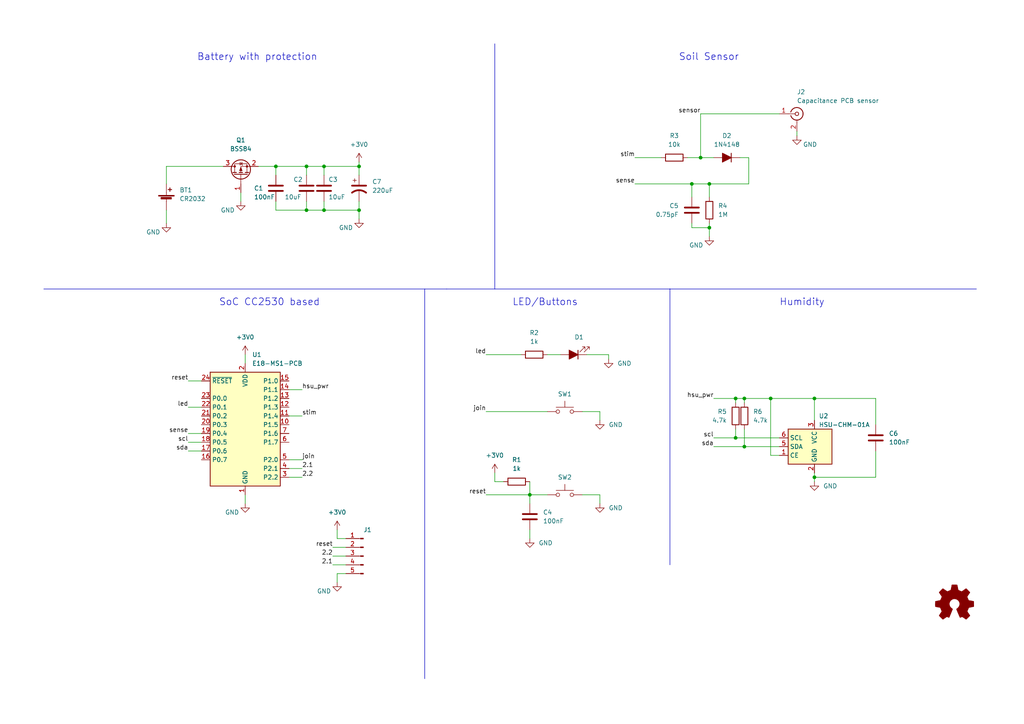
<source format=kicad_sch>
(kicad_sch (version 20230121) (generator eeschema)
  (paper "A4")
  (title_block (title "flower mon") (date "2022-05-24") (rev "r2.1a") (company "Greg Davill <greg.davill@gmail.com>") (comment 2 "OSHW: GPL-3.0") (comment 3 "https://github.com/gregdavill/flower-mon") (comment 4 "Zigbee based Soil monitor"))
  (lib_symbols
    (symbol "Connector:Conn_01x05_Male" (pin_names (offset 1.016) hide)
      (property "Reference" "J" (at 0 7.62 0))
      (property "Value" "Conn_01x05_Male" (at 0 -7.62 0))
      (symbol "Conn_01x05_Male_1_1"
        (polyline (pts (xy 1.27 -5.08) (xy 0.8636 -5.08)) (stroke (width 0.1524)))
        (polyline (pts (xy 1.27 -2.54) (xy 0.8636 -2.54)) (stroke (width 0.1524)))
        (polyline (pts (xy 1.27 0) (xy 0.8636 0)) (stroke (width 0.1524)))
        (polyline (pts (xy 1.27 2.54) (xy 0.8636 2.54)) (stroke (width 0.1524)))
        (polyline (pts (xy 1.27 5.08) (xy 0.8636 5.08)) (stroke (width 0.1524)))
        (rectangle (start 0.8636 -4.953) (end 0 -5.207) (stroke (width 0.1524)) (fill (type outline)))
        (rectangle (start 0.8636 -2.413) (end 0 -2.667) (stroke (width 0.1524)) (fill (type outline)))
        (rectangle (start 0.8636 0.127) (end 0 -0.127) (stroke (width 0.1524)) (fill (type outline)))
        (rectangle (start 0.8636 2.667) (end 0 2.413) (stroke (width 0.1524)) (fill (type outline)))
        (rectangle (start 0.8636 5.207) (end 0 4.953) (stroke (width 0.1524)) (fill (type outline)))
        (pin passive line (at 5.08 5.08 180) (length 3.81) (name "Pin_1") (number "1"))
        (pin passive line (at 5.08 2.54 180) (length 3.81) (name "Pin_2") (number "2"))
        (pin passive line (at 5.08 0 180) (length 3.81) (name "Pin_3") (number "3"))
        (pin passive line (at 5.08 -2.54 180) (length 3.81) (name "Pin_4") (number "4"))
        (pin passive line (at 5.08 -5.08 180) (length 3.81) (name "Pin_5") (number "5"))
      )
    )
    (symbol "Connector:Conn_Coaxial" (pin_names (offset 1.016) hide)
      (property "Reference" "J" (at 0.254 3.048 0))
      (property "Value" "Conn_Coaxial" (at 2.921 0 90))
      (symbol "Conn_Coaxial_0_1"
        (arc (start -1.778 -0.508) (mid 0.222 -1.808) (end 1.778 0) (stroke (width 0.254)))
        (polyline (pts (xy -2.54 0) (xy -0.508 0)))
        (polyline (pts (xy 0 -2.54) (xy 0 -1.778)))
        (circle (center 0 0) (radius 0.508) (stroke (width 0.2032)))
        (arc (start 1.778 0) (mid 0.222 1.8083) (end -1.778 0.508) (stroke (width 0.254)))
      )
      (symbol "Conn_Coaxial_1_1"
        (pin passive line (at -5.08 0 0) (length 2.54) (name "In") (number "1"))
        (pin passive line (at 0 -5.08 90) (length 2.54) (name "Ext") (number "2"))
      )
    )
    (symbol "Device:Battery_Cell" (pin_numbers hide) (pin_names (offset 0) hide)
      (property "Reference" "BT" (at 2.54 2.54 0))
      (property "Value" "Battery_Cell" (at 2.54 0 0))
      (symbol "Battery_Cell_0_1"
        (rectangle (start -2.286 1.778) (end 2.286 1.524) (fill (type outline)))
        (rectangle (start -1.5748 1.1938) (end 1.4732 0.6858) (fill (type outline)))
        (polyline (pts (xy 0 0.762) (xy 0 0)))
        (polyline (pts (xy 0 1.778) (xy 0 2.54)))
        (polyline (pts (xy 0.508 3.429) (xy 1.524 3.429)) (stroke (width 0.254)))
        (polyline (pts (xy 1.016 3.937) (xy 1.016 2.921)) (stroke (width 0.254)))
      )
      (symbol "Battery_Cell_1_1"
        (pin passive line (at 0 5.08 270) (length 2.54) (name "+") (number "1"))
        (pin passive line (at 0 -2.54 90) (length 2.54) (name "-") (number "2"))
      )
    )
    (symbol "Device:C" (pin_numbers hide) (pin_names (offset 0.254))
      (property "Reference" "C" (at 0.635 2.54 0))
      (property "Value" "C" (at 0.635 -2.54 0))
      (symbol "C_0_1"
        (polyline (pts (xy -2.032 -0.762) (xy 2.032 -0.762)) (stroke (width 0.508)))
        (polyline (pts (xy -2.032 0.762) (xy 2.032 0.762)) (stroke (width 0.508)))
      )
      (symbol "C_1_1"
        (pin passive line (at 0 3.81 270) (length 2.794) (name "~") (number "1"))
        (pin passive line (at 0 -3.81 90) (length 2.794) (name "~") (number "2"))
      )
    )
    (symbol "Device:C_Polarized_US" (pin_numbers hide) (pin_names (offset 0.254) hide)
      (property "Reference" "C" (at 0.635 2.54 0))
      (property "Value" "C_Polarized_US" (at 0.635 -2.54 0))
      (symbol "C_Polarized_US_0_1"
        (polyline (pts (xy -2.032 0.762) (xy 2.032 0.762)) (stroke (width 0.508)))
        (polyline (pts (xy -1.778 2.286) (xy -0.762 2.286)))
        (polyline (pts (xy -1.27 1.778) (xy -1.27 2.794)))
        (arc (start 2.032 -1.27) (mid 0 -0.5572) (end -2.032 -1.27) (stroke (width 0.508)))
      )
      (symbol "C_Polarized_US_1_1"
        (pin passive line (at 0 3.81 270) (length 2.794) (name "~") (number "1"))
        (pin passive line (at 0 -3.81 90) (length 3.302) (name "~") (number "2"))
      )
    )
    (symbol "Device:D_Filled" (pin_numbers hide) (pin_names (offset 1.016) hide)
      (property "Reference" "D" (at 0 2.54 0))
      (property "Value" "D_Filled" (at 0 -2.54 0))
      (symbol "D_Filled_0_1"
        (polyline (pts (xy -1.27 1.27) (xy -1.27 -1.27)) (stroke (width 0.254)))
        (polyline (pts (xy 1.27 0) (xy -1.27 0)))
        (polyline (pts (xy 1.27 1.27) (xy 1.27 -1.27) (xy -1.27 0) (xy 1.27 1.27)) (stroke (width 0.254)) (fill (type outline)))
      )
      (symbol "D_Filled_1_1"
        (pin passive line (at -3.81 0 0) (length 2.54) (name "K") (number "1"))
        (pin passive line (at 3.81 0 180) (length 2.54) (name "A") (number "2"))
      )
    )
    (symbol "Device:LED_Filled" (pin_numbers hide) (pin_names (offset 1.016) hide)
      (property "Reference" "D" (at 0 2.54 0))
      (property "Value" "LED_Filled" (at 0 -2.54 0))
      (symbol "LED_Filled_0_1"
        (polyline (pts (xy -1.27 -1.27) (xy -1.27 1.27)) (stroke (width 0.254)))
        (polyline (pts (xy -1.27 0) (xy 1.27 0)))
        (polyline (pts (xy 1.27 -1.27) (xy 1.27 1.27) (xy -1.27 0) (xy 1.27 -1.27)) (stroke (width 0.254)) (fill (type outline)))
        (polyline (pts (xy -3.048 -0.762) (xy -4.572 -2.286) (xy -3.81 -2.286) (xy -4.572 -2.286) (xy -4.572 -1.524)))
        (polyline (pts (xy -1.778 -0.762) (xy -3.302 -2.286) (xy -2.54 -2.286) (xy -3.302 -2.286) (xy -3.302 -1.524)))
      )
      (symbol "LED_Filled_1_1"
        (pin passive line (at -3.81 0 0) (length 2.54) (name "K") (number "1"))
        (pin passive line (at 3.81 0 180) (length 2.54) (name "A") (number "2"))
      )
    )
    (symbol "Device:Q_PMOS_GSD" (pin_names (offset 0) hide)
      (property "Reference" "Q" (at 5.08 1.27 0))
      (property "Value" "Q_PMOS_GSD" (at 5.08 -1.27 0))
      (symbol "Q_PMOS_GSD_0_1"
        (polyline (pts (xy 0.254 0) (xy -2.54 0)))
        (polyline (pts (xy 0.254 1.905) (xy 0.254 -1.905)) (stroke (width 0.254)))
        (polyline (pts (xy 0.762 -1.27) (xy 0.762 -2.286)) (stroke (width 0.254)))
        (polyline (pts (xy 0.762 0.508) (xy 0.762 -0.508)) (stroke (width 0.254)))
        (polyline (pts (xy 0.762 2.286) (xy 0.762 1.27)) (stroke (width 0.254)))
        (polyline (pts (xy 2.54 2.54) (xy 2.54 1.778)))
        (polyline (pts (xy 2.54 -2.54) (xy 2.54 0) (xy 0.762 0)))
        (polyline (pts (xy 0.762 1.778) (xy 3.302 1.778) (xy 3.302 -1.778) (xy 0.762 -1.778)))
        (polyline (pts (xy 2.286 0) (xy 1.27 0.381) (xy 1.27 -0.381) (xy 2.286 0)) (fill (type outline)))
        (polyline (pts (xy 2.794 -0.508) (xy 2.921 -0.381) (xy 3.683 -0.381) (xy 3.81 -0.254)))
        (polyline (pts (xy 3.302 -0.381) (xy 2.921 0.254) (xy 3.683 0.254) (xy 3.302 -0.381)))
        (circle (center 1.651 0) (radius 2.794) (stroke (width 0.254)))
        (circle (center 2.54 -1.778) (radius 0.254) (fill (type outline)))
        (circle (center 2.54 1.778) (radius 0.254) (fill (type outline)))
      )
      (symbol "Q_PMOS_GSD_1_1"
        (pin input line (at -5.08 0 0) (length 2.54) (name "G") (number "1"))
        (pin passive line (at 2.54 -5.08 90) (length 2.54) (name "S") (number "2"))
        (pin passive line (at 2.54 5.08 270) (length 2.54) (name "D") (number "3"))
      )
    )
    (symbol "Device:R" (pin_numbers hide) (pin_names (offset 0))
      (property "Reference" "R" (at 2.032 0 90))
      (property "Value" "R" (at 0 0 90))
      (symbol "R_0_1"
        (rectangle (start -1.016 -2.54) (end 1.016 2.54) (stroke (width 0.254)))
      )
      (symbol "R_1_1"
        (pin passive line (at 0 3.81 270) (length 1.27) (name "~") (number "1"))
        (pin passive line (at 0 -3.81 90) (length 1.27) (name "~") (number "2"))
      )
    )
    (symbol "Graphic:Logo_Open_Hardware_Small" (pin_names (offset 1.016))
      (symbol "Logo_Open_Hardware_Small_0_1"
        (polyline (pts (xy 3.3528 -4.3434) (xy 3.302 -4.318) (xy 3.175 -4.2418) (xy 2.9972 -4.1148) (xy 2.7686 -3.9624) (xy 2.54 -3.81) (xy 2.3622 -3.7084) (xy 2.2352 -3.6068) (xy 2.1844 -3.5814) (xy 2.159 -3.6068) (xy 2.0574 -3.6576) (xy 1.905 -3.7338) (xy 1.8034 -3.7846) (xy 1.6764 -3.8354) (xy 1.6002 -3.8354) (xy 1.6002 -3.8354) (xy 1.5494 -3.7338) (xy 1.4732 -3.5306) (xy 1.3462 -3.302) (xy 1.2446 -3.0226) (xy 1.1176 -2.7178) (xy 0.9652 -2.413) (xy 0.8636 -2.1082) (xy 0.7366 -1.8288) (xy 0.6604 -1.6256) (xy 0.6096 -1.4732) (xy 0.5842 -1.397) (xy 0.5842 -1.397) (xy 0.6604 -1.3208) (xy 0.7874 -1.2446) (xy 1.0414 -1.016) (xy 1.2954 -0.6858) (xy 1.4478 -0.3302) (xy 1.524 0.0762) (xy 1.4732 0.4572) (xy 1.3208 0.8128) (xy 1.0668 1.143) (xy 0.762 1.3716) (xy 0.4064 1.524) (xy 0 1.5748) (xy -0.381 1.5494) (xy -0.7366 1.397) (xy -1.0668 1.143) (xy -1.2192 0.9906) (xy -1.397 0.6604) (xy -1.524 0.3048) (xy -1.524 0.2286) (xy -1.4986 -0.1778) (xy -1.397 -0.5334) (xy -1.1938 -0.8636) (xy -0.9144 -1.143) (xy -0.8636 -1.1684) (xy -0.7366 -1.27) (xy -0.635 -1.3462) (xy -0.5842 -1.397) (xy -1.0668 -2.5908) (xy -1.143 -2.794) (xy -1.2954 -3.1242) (xy -1.397 -3.4036) (xy -1.4986 -3.6322) (xy -1.5748 -3.7846) (xy -1.6002 -3.8354) (xy -1.6002 -3.8354) (xy -1.651 -3.8354) (xy -1.7272 -3.81) (xy -1.905 -3.7338) (xy -2.0066 -3.683) (xy -2.1336 -3.6068) (xy -2.2098 -3.5814) (xy -2.2606 -3.6068) (xy -2.3622 -3.683) (xy -2.54 -3.81) (xy -2.7686 -3.9624) (xy -2.9718 -4.0894) (xy -3.1496 -4.2164) (xy -3.302 -4.318) (xy -3.3528 -4.3434) (xy -3.3782 -4.3434) (xy -3.429 -4.318) (xy -3.5306 -4.2164) (xy -3.7084 -4.064) (xy -3.937 -3.8354) (xy -3.9624 -3.81) (xy -4.1656 -3.6068) (xy -4.318 -3.4544) (xy -4.4196 -3.3274) (xy -4.445 -3.2766) (xy -4.445 -3.2766) (xy -4.4196 -3.2258) (xy -4.318 -3.0734) (xy -4.2164 -2.8956) (xy -4.064 -2.667) (xy -3.6576 -2.0828) (xy -3.8862 -1.5494) (xy -3.937 -1.3716) (xy -4.0386 -1.1684) (xy -4.0894 -1.0414) (xy -4.1148 -0.9652) (xy -4.191 -0.9398) (xy -4.318 -0.9144) (xy -4.5466 -0.8636) (xy -4.8006 -0.8128) (xy -5.0546 -0.7874) (xy -5.2578 -0.7366) (xy -5.4356 -0.7112) (xy -5.5118 -0.6858) (xy -5.5118 -0.6858) (xy -5.5372 -0.635) (xy -5.5372 -0.5588) (xy -5.5372 -0.4318) (xy -5.5626 -0.2286) (xy -5.5626 0.0762) (xy -5.5626 0.127) (xy -5.5372 0.4064) (xy -5.5372 0.635) (xy -5.5372 0.762) (xy -5.5372 0.8382) (xy -5.5372 0.8382) (xy -5.461 0.8382) (xy -5.3086 0.889) (xy -5.08 0.9144) (xy -4.826 0.9652) (xy -4.8006 0.9906) (xy -4.5466 1.0414) (xy -4.318 1.0668) (xy -4.1656 1.1176) (xy -4.0894 1.143) (xy -4.0894 1.143) (xy -4.0386 1.2446) (xy -3.9624 1.4224) (xy -3.8608 1.6256) (xy -3.7846 1.8288) (xy -3.7084 2.0066) (xy -3.6576 2.159) (xy -3.6322 2.2098) (xy -3.6322 2.2098) (xy -3.683 2.286) (xy -3.7592 2.413) (xy -3.8862 2.5908) (xy -4.064 2.8194) (xy -4.064 2.8448) (xy -4.2164 3.0734) (xy -4.3434 3.2512) (xy -4.4196 3.3782) (xy -4.445 3.4544) (xy -4.445 3.4544) (xy -4.3942 3.5052) (xy -4.2926 3.6322) (xy -4.1148 3.81) (xy -3.937 4.0132) (xy -3.8608 4.064) (xy -3.6576 4.2926) (xy -3.5052 4.4196) (xy -3.4036 4.4958) (xy -3.3528 4.5212) (xy -3.3528 4.5212) (xy -3.302 4.4704) (xy -3.1496 4.3688) (xy -2.9718 4.2418) (xy -2.7432 4.0894) (xy -2.7178 4.0894) (xy -2.4892 3.937) (xy -2.3114 3.81) (xy -2.1844 3.7084) (xy -2.1336 3.683) (xy -2.1082 3.683) (xy -2.032 3.7084) (xy -1.8542 3.7592) (xy -1.6764 3.8354) (xy -1.4732 3.937) (xy -1.27 4.0132) (xy -1.143 4.064) (xy -1.0668 4.1148) (xy -1.0668 4.1148) (xy -1.0414 4.191) (xy -1.016 4.3434) (xy -0.9652 4.572) (xy -0.9144 4.8514) (xy -0.889 4.9022) (xy -0.8382 5.1562) (xy -0.8128 5.3848) (xy -0.7874 5.5372) (xy -0.762 5.588) (xy -0.7112 5.6134) (xy -0.5842 5.6134) (xy -0.4064 5.6134) (xy -0.1524 5.6134) (xy 0.0762 5.6134) (xy 0.3302 5.6134) (xy 0.5334 5.6134) (xy 0.6858 5.588) (xy 0.7366 5.588) (xy 0.7366 5.588) (xy 0.762 5.5118) (xy 0.8128 5.334) (xy 0.8382 5.1054) (xy 0.9144 4.826) (xy 0.9144 4.7752) (xy 0.9652 4.5212) (xy 1.016 4.2926) (xy 1.0414 4.1402) (xy 1.0668 4.0894) (xy 1.0668 4.0894) (xy 1.1938 4.0386) (xy 1.3716 3.9624) (xy 1.5748 3.8608) (xy 2.0828 3.6576) (xy 2.7178 4.0894) (xy 2.7686 4.1402) (xy 2.9972 4.2926) (xy 3.175 4.4196) (xy 3.302 4.4958) (xy 3.3782 4.5212) (xy 3.3782 4.5212) (xy 3.429 4.4704) (xy 3.556 4.3434) (xy 3.7338 4.191) (xy 3.9116 3.9878) (xy 4.064 3.8354) (xy 4.2418 3.6576) (xy 4.3434 3.556) (xy 4.4196 3.4798) (xy 4.4196 3.429) (xy 4.4196 3.4036) (xy 4.3942 3.3274) (xy 4.2926 3.2004) (xy 4.1656 2.9972) (xy 4.0132 2.794) (xy 3.8862 2.5908) (xy 3.7592 2.3876) (xy 3.6576 2.2352) (xy 3.6322 2.159) (xy 3.6322 2.1336) (xy 3.683 2.0066) (xy 3.7592 1.8288) (xy 3.8608 1.6002) (xy 4.064 1.1176) (xy 4.3942 1.0414) (xy 4.5974 1.016) (xy 4.8768 0.9652) (xy 5.1308 0.9144) (xy 5.5372 0.8382) (xy 5.5626 -0.6604) (xy 5.4864 -0.6858) (xy 5.4356 -0.6858) (xy 5.2832 -0.7366) (xy 5.0546 -0.762) (xy 4.8006 -0.8128) (xy 4.5974 -0.8636) (xy 4.3688 -0.9144) (xy 4.2164 -0.9398) (xy 4.1402 -0.9398) (xy 4.1148 -0.9652) (xy 4.064 -1.0668) (xy 3.9878 -1.2446) (xy 3.9116 -1.4478) (xy 3.81 -1.651) (xy 3.7338 -1.8542) (xy 3.683 -2.0066) (xy 3.6576 -2.0828) (xy 3.683 -2.1336) (xy 3.7846 -2.2606) (xy 3.8862 -2.4638) (xy 4.0386 -2.667) (xy 4.191 -2.8956) (xy 4.318 -3.0734) (xy 4.3942 -3.2004) (xy 4.445 -3.2766) (xy 4.4196 -3.3274) (xy 4.3434 -3.429) (xy 4.1656 -3.5814) (xy 3.937 -3.8354) (xy 3.8862 -3.8608) (xy 3.683 -4.064) (xy 3.5306 -4.2164) (xy 3.4036 -4.318) (xy 3.3528 -4.3434)) (fill (type outline)))
      )
    )
    (symbol "RF_Module:E18-MS1-PCB"
      (property "Reference" "U" (at -2.54 21.59 0))
      (property "Value" "E18-MS1-PCB" (at -2.54 19.05 0))
      (symbol "E18-MS1-PCB_0_1"
        (rectangle (start -10.16 17.78) (end 10.16 -15.24) (stroke (width 0.254)) (fill (type background)))
      )
      (symbol "E18-MS1-PCB_1_1"
        (pin power_in line (at 0 -17.78 90) (length 2.54) (name "GND") (number "1"))
        (pin bidirectional line (at 12.7 2.54 180) (length 2.54) (name "P1.5") (number "10"))
        (pin bidirectional line (at 12.7 5.08 180) (length 2.54) (name "P1.4") (number "11"))
        (pin bidirectional line (at 12.7 7.62 180) (length 2.54) (name "P1.3") (number "12"))
        (pin bidirectional line (at 12.7 10.16 180) (length 2.54) (name "P1.2") (number "13"))
        (pin bidirectional line (at 12.7 12.7 180) (length 2.54) (name "P1.1") (number "14"))
        (pin bidirectional line (at 12.7 15.24 180) (length 2.54) (name "P1.0") (number "15"))
        (pin bidirectional line (at -12.7 -7.62 0) (length 2.54) (name "P0.7") (number "16"))
        (pin bidirectional line (at -12.7 -5.08 0) (length 2.54) (name "P0.6") (number "17"))
        (pin bidirectional line (at -12.7 -2.54 0) (length 2.54) (name "P0.5") (number "18"))
        (pin bidirectional line (at -12.7 0 0) (length 2.54) (name "P0.4") (number "19"))
        (pin power_in line (at 0 20.32 270) (length 2.54) (name "VDD") (number "2"))
        (pin bidirectional line (at -12.7 2.54 0) (length 2.54) (name "P0.3") (number "20"))
        (pin bidirectional line (at -12.7 5.08 0) (length 2.54) (name "P0.2") (number "21"))
        (pin bidirectional line (at -12.7 7.62 0) (length 2.54) (name "P0.1") (number "22"))
        (pin bidirectional line (at -12.7 10.16 0) (length 2.54) (name "P0.0") (number "23"))
        (pin input line (at -12.7 15.24 0) (length 2.54) (name "~{RESET}") (number "24"))
        (pin bidirectional line (at 12.7 -12.7 180) (length 2.54) (name "P2.2") (number "3"))
        (pin bidirectional line (at 12.7 -10.16 180) (length 2.54) (name "P2.1") (number "4"))
        (pin bidirectional line (at 12.7 -7.62 180) (length 2.54) (name "P2.0") (number "5"))
        (pin bidirectional line (at 12.7 -2.54 180) (length 2.54) (name "P1.7") (number "6"))
        (pin bidirectional line (at 12.7 0 180) (length 2.54) (name "P1.6") (number "7"))
        (pin no_connect line (at -10.16 -10.16 0) (length 2.54) hide (name "NC") (number "8"))
        (pin no_connect line (at -10.16 -12.7 0) (length 2.54) hide (name "NC") (number "9"))
      )
    )
    (symbol "Switch:SW_Push" (pin_numbers hide) (pin_names (offset 1.016) hide)
      (property "Reference" "SW" (at 1.27 2.54 0))
      (property "Value" "SW_Push" (at 0 -1.524 0))
      (symbol "SW_Push_0_1"
        (circle (center -2.032 0) (radius 0.508))
        (polyline (pts (xy 0 1.27) (xy 0 3.048)))
        (polyline (pts (xy 2.54 1.27) (xy -2.54 1.27)))
        (circle (center 2.032 0) (radius 0.508))
        (pin passive line (at -5.08 0 0) (length 2.54) (name "1") (number "1"))
        (pin passive line (at 5.08 0 180) (length 2.54) (name "2") (number "2"))
      )
    )
    (symbol "lib:HSU-CHM-01A"
      (property "Reference" "U?" (at -8.89 1.2701 0))
      (property "Value" "HSU-CHM-01A" (at -8.89 -1.2699 0))
      (symbol "HSU-CHM-01A_0_1"
        (rectangle (start -7.62 5.08) (end 5.08 -5.08) (stroke (width 0.254)) (fill (type background)))
      )
      (symbol "HSU-CHM-01A_1_1"
        (pin input line (at 7.62 -2.54 180) (length 2.54) (name "CE") (number "1"))
        (pin power_in line (at -2.54 -7.62 90) (length 2.54) (name "GND") (number "2"))
        (pin power_in line (at -2.54 7.62 270) (length 2.54) (name "VCC") (number "3"))
        (pin no_connect line (at -7.62 -2.54 0) (length 2.54) hide (name "NC") (number "4"))
        (pin bidirectional line (at 7.62 0 180) (length 2.54) (name "SDA") (number "5"))
        (pin input line (at 7.62 2.54 180) (length 2.54) (name "SCL") (number "6"))
      )
    )
    (symbol "power:+3V0" (power) (pin_names (offset 0))
      (property "Value" "+3V0" (at 0 3.556 0))
      (symbol "+3V0_0_1"
        (polyline (pts (xy -0.762 1.27) (xy 0 2.54)))
        (polyline (pts (xy 0 0) (xy 0 2.54)))
        (polyline (pts (xy 0 2.54) (xy 0.762 1.27)))
      )
      (symbol "+3V0_1_1"
        (pin power_in line (at 0 0 90) (length 0) hide (name "+3V0") (number "1"))
      )
    )
    (symbol "power:GND" (power) (pin_names (offset 0))
      (property "Value" "GND" (at 0 -3.81 0))
      (symbol "GND_0_1"
        (polyline (pts (xy 0 0) (xy 0 -1.27) (xy 1.27 -1.27) (xy 0 -2.54) (xy -1.27 -1.27) (xy 0 -1.27)))
      )
      (symbol "GND_1_1"
        (pin power_in line (at 0 0 270) (length 0) hide (name "GND") (number "1"))
      )
    )
  )
  (junction (at 236.22 115.57))
  (junction (at 88.9 48.26))
  (junction (at 236.22 138.43))
  (junction (at 205.74 66.04))
  (junction (at 215.9 115.57))
  (junction (at 88.9 60.96))
  (junction (at 213.36 115.57))
  (junction (at 93.98 60.96))
  (junction (at 104.14 48.26))
  (junction (at 223.52 115.57))
  (junction (at 93.98 48.26))
  (junction (at 215.9 129.54))
  (junction (at 213.36 127))
  (junction (at 205.74 53.34))
  (junction (at 203.2 45.72))
  (junction (at 104.14 60.96))
  (junction (at 153.67 143.51))
  (junction (at 200.66 53.34))
  (junction (at 80.01 48.26))
  (wire (pts (xy 48.26 60.96) (xy 48.26 64.77)))
  (wire (pts (xy 215.9 115.57) (xy 215.9 116.84)))
  (wire (pts (xy 71.12 102.87) (xy 71.12 105.41)))
  (wire (pts (xy 100.33 166.37) (xy 97.79 166.37)))
  (wire (pts (xy 254 130.81) (xy 254 138.43)))
  (wire (pts (xy 54.61 118.11) (xy 58.42 118.11)))
  (polyline (pts (xy 123.19 83.82) (xy 123.19 196.85)))
  (wire (pts (xy 83.82 120.65) (xy 87.63 120.65)))
  (wire (pts (xy 88.9 48.26) (xy 93.98 48.26)))
  (wire (pts (xy 74.93 48.26) (xy 80.01 48.26)))
  (wire (pts (xy 223.52 132.08) (xy 223.52 115.57)))
  (wire (pts (xy 213.36 124.46) (xy 213.36 127)))
  (polyline (pts (xy 129.54 83.82) (xy 194.31 83.82)))
  (wire (pts (xy 83.82 135.89) (xy 87.63 135.89)))
  (wire (pts (xy 213.36 115.57) (xy 207.01 115.57)))
  (wire (pts (xy 217.17 45.72) (xy 214.63 45.72)))
  (wire (pts (xy 104.14 60.96) (xy 104.14 58.42)))
  (wire (pts (xy 199.39 45.72) (xy 203.2 45.72)))
  (polyline (pts (xy 194.31 83.82) (xy 283.21 83.82)))
  (wire (pts (xy 213.36 115.57) (xy 213.36 116.84)))
  (wire (pts (xy 88.9 60.96) (xy 80.01 60.96)))
  (wire (pts (xy 236.22 115.57) (xy 254 115.57)))
  (wire (pts (xy 205.74 53.34) (xy 205.74 57.15)))
  (wire (pts (xy 168.91 119.38) (xy 173.99 119.38)))
  (wire (pts (xy 88.9 50.8) (xy 88.9 48.26)))
  (wire (pts (xy 236.22 138.43) (xy 236.22 139.7)))
  (wire (pts (xy 236.22 137.16) (xy 236.22 138.43)))
  (wire (pts (xy 153.67 143.51) (xy 153.67 146.05)))
  (wire (pts (xy 93.98 60.96) (xy 104.14 60.96)))
  (polyline (pts (xy 12.7 83.82) (xy 129.54 83.82)))
  (wire (pts (xy 215.9 124.46) (xy 215.9 129.54)))
  (wire (pts (xy 205.74 53.34) (xy 200.66 53.34)))
  (wire (pts (xy 146.05 139.7) (xy 143.51 139.7)))
  (wire (pts (xy 69.85 55.88) (xy 69.85 58.42)))
  (wire (pts (xy 223.52 115.57) (xy 215.9 115.57)))
  (wire (pts (xy 254 115.57) (xy 254 123.19)))
  (wire (pts (xy 153.67 143.51) (xy 158.75 143.51)))
  (wire (pts (xy 93.98 58.42) (xy 93.98 60.96)))
  (wire (pts (xy 236.22 115.57) (xy 223.52 115.57)))
  (wire (pts (xy 104.14 48.26) (xy 104.14 50.8)))
  (wire (pts (xy 83.82 133.35) (xy 87.63 133.35)))
  (wire (pts (xy 254 138.43) (xy 236.22 138.43)))
  (wire (pts (xy 213.36 127) (xy 226.06 127)))
  (wire (pts (xy 176.53 102.87) (xy 176.53 104.14)))
  (wire (pts (xy 226.06 132.08) (xy 223.52 132.08)))
  (wire (pts (xy 173.99 119.38) (xy 173.99 121.92)))
  (wire (pts (xy 200.66 66.04) (xy 205.74 66.04)))
  (wire (pts (xy 48.26 53.34) (xy 48.26 48.26)))
  (wire (pts (xy 200.66 64.77) (xy 200.66 66.04)))
  (wire (pts (xy 88.9 58.42) (xy 88.9 60.96)))
  (wire (pts (xy 100.33 156.21) (xy 97.79 156.21)))
  (wire (pts (xy 153.67 139.7) (xy 153.67 143.51)))
  (wire (pts (xy 158.75 102.87) (xy 162.56 102.87)))
  (wire (pts (xy 217.17 53.34) (xy 217.17 45.72)))
  (wire (pts (xy 205.74 66.04) (xy 205.74 68.58)))
  (wire (pts (xy 100.33 163.83) (xy 96.52 163.83)))
  (wire (pts (xy 203.2 45.72) (xy 203.2 33.02)))
  (polyline (pts (xy 194.31 83.82) (xy 194.31 83.82)))
  (wire (pts (xy 71.12 143.51) (xy 71.12 146.05)))
  (wire (pts (xy 200.66 53.34) (xy 184.15 53.34)))
  (wire (pts (xy 217.17 53.34) (xy 205.74 53.34)))
  (wire (pts (xy 200.66 53.34) (xy 200.66 57.15)))
  (wire (pts (xy 83.82 113.03) (xy 87.63 113.03)))
  (wire (pts (xy 54.61 128.27) (xy 58.42 128.27)))
  (wire (pts (xy 54.61 130.81) (xy 58.42 130.81)))
  (polyline (pts (xy 143.51 12.7) (xy 143.51 83.82)))
  (wire (pts (xy 231.14 38.1) (xy 231.14 39.37)))
  (polyline (pts (xy 194.31 83.82) (xy 194.31 163.83)))
  (wire (pts (xy 97.79 156.21) (xy 97.79 153.67)))
  (wire (pts (xy 96.52 158.75) (xy 100.33 158.75)))
  (wire (pts (xy 203.2 33.02) (xy 226.06 33.02)))
  (wire (pts (xy 236.22 121.92) (xy 236.22 115.57)))
  (wire (pts (xy 207.01 129.54) (xy 215.9 129.54)))
  (wire (pts (xy 104.14 60.96) (xy 104.14 63.5)))
  (wire (pts (xy 205.74 64.77) (xy 205.74 66.04)))
  (wire (pts (xy 48.26 48.26) (xy 64.77 48.26)))
  (wire (pts (xy 100.33 161.29) (xy 96.52 161.29)))
  (wire (pts (xy 170.18 102.87) (xy 176.53 102.87)))
  (wire (pts (xy 153.67 153.67) (xy 153.67 156.21)))
  (wire (pts (xy 80.01 48.26) (xy 80.01 50.8)))
  (wire (pts (xy 83.82 138.43) (xy 87.63 138.43)))
  (wire (pts (xy 203.2 45.72) (xy 207.01 45.72)))
  (wire (pts (xy 54.61 125.73) (xy 58.42 125.73)))
  (wire (pts (xy 215.9 129.54) (xy 226.06 129.54)))
  (wire (pts (xy 93.98 48.26) (xy 104.14 48.26)))
  (wire (pts (xy 207.01 127) (xy 213.36 127)))
  (wire (pts (xy 80.01 58.42) (xy 80.01 60.96)))
  (wire (pts (xy 88.9 48.26) (xy 80.01 48.26)))
  (wire (pts (xy 173.99 143.51) (xy 173.99 146.05)))
  (wire (pts (xy 54.61 110.49) (xy 58.42 110.49)))
  (wire (pts (xy 97.79 166.37) (xy 97.79 168.91)))
  (wire (pts (xy 168.91 143.51) (xy 173.99 143.51)))
  (wire (pts (xy 140.97 143.51) (xy 153.67 143.51)))
  (wire (pts (xy 104.14 46.99) (xy 104.14 48.26)))
  (wire (pts (xy 93.98 60.96) (xy 88.9 60.96)))
  (wire (pts (xy 184.15 45.72) (xy 191.77 45.72)))
  (wire (pts (xy 215.9 115.57) (xy 213.36 115.57)))
  (wire (pts (xy 143.51 137.16) (xy 143.51 139.7)))
  (wire (pts (xy 140.97 102.87) (xy 151.13 102.87)))
  (wire (pts (xy 140.97 119.38) (xy 158.75 119.38)))
  (wire (pts (xy 93.98 48.26) (xy 93.98 50.8)))
  (text "Battery with protection" (at 57.15 17.78 0) (effects (font (size 2 2)) (justify left bottom)))
  (text "Humidity\n" (at 226.06 88.9 0) (effects (font (size 2 2)) (justify left bottom)))
  (text "SoC CC2530 based" (at 63.5 88.9 0) (effects (font (size 2 2)) (justify left bottom)))
  (text "Soil Sensor" (at 196.85 17.78 0) (effects (font (size 2 2)) (justify left bottom)))
  (text "LED/Buttons" (at 148.59 88.9 0) (effects (font (size 2 2)) (justify left bottom)))
  (label "led" (at 140.97 102.87 180))
  (label "sense" (at 184.15 53.34 180))
  (label "stim" (at 184.15 45.72 180))
  (label "sense" (at 54.61 125.73 180))
  (label "reset" (at 96.52 158.75 180))
  (label "join" (at 140.97 119.38 180))
  (label "join" (at 87.63 133.35 0))
  (label "stim" (at 87.63 120.65 0))
  (label "scl" (at 207.01 127 180))
  (label "hsu_pwr" (at 87.63 113.03 0))
  (label "sda" (at 207.01 129.54 180))
  (label "scl" (at 54.61 128.27 180))
  (label "reset" (at 54.61 110.49 180))
  (label "2.1" (at 96.52 163.83 180))
  (label "2.2" (at 87.63 138.43 0))
  (label "2.2" (at 96.52 161.29 180))
  (label "2.1" (at 87.63 135.89 0))
  (label "led" (at 54.61 118.11 180))
  (label "sensor" (at 203.2 33.02 180))
  (label "hsu_pwr" (at 207.01 115.57 180))
  (label "sda" (at 54.61 130.81 180))
  (label "reset" (at 140.97 143.51 180))
  (symbol (lib_id "Connector:Conn_01x05_Male") (at 105.41 161.29 0) (mirror y) (unit 1)
    (property "Reference" "J1" (at 105.41 153.67 0) (effects (justify right)))
    (property "Value" "Conn_01x05_Male" (effects hide))
    (property "Footprint" "Connector_PinHeader_1.00mm:PinHeader_1x05_P1.00mm_Vertical" (effects hide))
  )
  (symbol (lib_id "Device:C") (at 254 127 0) (unit 1)
    (property "Reference" "C6" (at 257.81 125.7299 0) (effects (justify left)))
    (property "Value" "100nF" (at 257.81 128.2699 0) (effects (justify left)))
    (property "Footprint" "Capacitor_SMD:C_0402_1005Metric" (effects hide))
  )
  (symbol (lib_id "Graphic:Logo_Open_Hardware_Small") (at 276.86 175.26 0) (unit 1)
    (property "Reference" "#LOGO1" (effects hide))
    (property "Value" "Logo_Open_Hardware_Small" (effects hide))
  )
  (symbol (lib_id "power:GND") (at 153.67 156.21 0) (mirror y) (unit 1)
    (property "Reference" "#PWR0113" (effects hide))
    (property "Value" "GND" (at 156.21 157.4799 0) (effects (justify right)))
  )
  (symbol (lib_id "power:GND") (at 173.99 146.05 0) (mirror y) (unit 1)
    (property "Reference" "#PWR0109" (effects hide))
    (property "Value" "GND" (at 176.53 147.3199 0) (effects (justify right)))
  )
  (symbol (lib_id "power:GND") (at 104.14 63.5 0) (mirror y) (unit 1)
    (property "Reference" "#PWR0106" (effects hide))
    (property "Value" "GND" (at 100.33 66.04 0))
  )
  (symbol (lib_id "power:GND") (at 205.74 68.58 0) (mirror y) (unit 1)
    (property "Reference" "#PWR0101" (effects hide))
    (property "Value" "GND" (at 201.93 71.12 0))
  )
  (symbol (lib_id "Device:R") (at 154.94 102.87 90) (unit 1)
    (property "Reference" "R2" (at 154.94 96.52 90))
    (property "Value" "1k" (at 154.94 99.06 90))
    (property "Footprint" "Resistor_SMD:R_0402_1005Metric" (effects hide))
  )
  (symbol (lib_id "Device:C") (at 80.01 54.61 0) (unit 1)
    (property "Reference" "C1" (at 73.66 54.61 0) (effects (justify left)))
    (property "Value" "100nF" (at 73.66 57.15 0) (effects (justify left)))
    (property "Footprint" "Capacitor_SMD:C_0402_1005Metric" (effects hide))
  )
  (symbol (lib_id "Device:C") (at 153.67 149.86 0) (mirror y) (unit 1)
    (property "Reference" "C4" (at 157.48 148.5899 0) (effects (justify right)))
    (property "Value" "100nF" (at 157.48 151.1299 0) (effects (justify right)))
    (property "Footprint" "Capacitor_SMD:C_0402_1005Metric" (effects hide))
  )
  (symbol (lib_id "Device:C_Polarized_US") (at 104.14 54.61 0) (unit 1)
    (property "Reference" "C7" (at 107.95 52.7049 0) (effects (justify left)))
    (property "Value" "220uF" (at 107.95 55.2449 0) (effects (justify left)))
    (property "Footprint" "Capacitor_Tantalum_SMD:CP_EIA-3528-21_Kemet-B" (effects hide))
    (property "PN" "T520B227M006ATE045" (effects hide))
    (property "MFG" "KEMET" (effects hide))
  )
  (symbol (lib_id "power:+3V0") (at 97.79 153.67 0) (unit 1)
    (property "Reference" "#PWR0115" (effects hide))
    (property "Value" "+3V0" (at 97.79 148.59 0))
  )
  (symbol (lib_id "power:+3V0") (at 143.51 137.16 0) (unit 1)
    (property "Reference" "#PWR0110" (effects hide))
    (property "Value" "+3V0" (at 143.51 132.08 0))
  )
  (symbol (lib_id "Device:C") (at 88.9 54.61 0) (unit 1)
    (property "Reference" "C2" (at 85.09 52.07 0) (effects (justify left)))
    (property "Value" "10uF" (at 82.55 57.15 0) (effects (justify left)))
    (property "Footprint" "Capacitor_SMD:C_0603_1608Metric" (effects hide))
  )
  (symbol (lib_id "Device:R") (at 195.58 45.72 90) (unit 1)
    (property "Reference" "R3" (at 195.58 39.37 90))
    (property "Value" "10k" (at 195.58 41.91 90))
    (property "Footprint" "Resistor_SMD:R_0402_1005Metric" (effects hide))
  )
  (symbol (lib_id "power:GND") (at 231.14 39.37 0) (unit 1)
    (property "Reference" "#PWR0102" (effects hide))
    (property "Value" "GND" (at 234.95 41.91 0))
  )
  (symbol (lib_id "Device:Battery_Cell") (at 48.26 58.42 0) (unit 1)
    (property "Reference" "BT1" (at 52.07 55.1179 0) (effects (justify left)))
    (property "Value" "CR2032" (at 52.07 57.6579 0) (effects (justify left)))
    (property "Footprint" "lib:keystone_1058" (effects hide))
  )
  (symbol (lib_id "Device:R") (at 213.36 120.65 180) (unit 1)
    (property "Reference" "R5" (at 210.82 119.3799 0) (effects (justify left)))
    (property "Value" "4.7k" (at 210.82 121.9199 0) (effects (justify left)))
    (property "Footprint" "Resistor_SMD:R_0402_1005Metric" (effects hide))
  )
  (symbol (lib_id "power:GND") (at 69.85 58.42 0) (mirror y) (unit 1)
    (property "Reference" "#PWR0103" (effects hide))
    (property "Value" "GND" (at 66.04 60.96 0))
  )
  (symbol (lib_id "power:GND") (at 71.12 146.05 0) (mirror y) (unit 1)
    (property "Reference" "#PWR0112" (effects hide))
    (property "Value" "GND" (at 67.31 148.59 0))
  )
  (symbol (lib_id "power:GND") (at 48.26 64.77 0) (mirror y) (unit 1)
    (property "Reference" "#PWR0104" (effects hide))
    (property "Value" "GND" (at 44.45 67.31 0))
  )
  (symbol (lib_id "power:GND") (at 97.79 168.91 0) (mirror y) (unit 1)
    (property "Reference" "#PWR0114" (effects hide))
    (property "Value" "GND" (at 93.98 171.45 0))
  )
  (symbol (lib_id "power:GND") (at 236.22 139.7 0) (mirror y) (unit 1)
    (property "Reference" "#PWR0117" (effects hide))
    (property "Value" "GND" (at 238.76 140.9699 0) (effects (justify right)))
  )
  (symbol (lib_id "Switch:SW_Push") (at 163.83 143.51 0) (unit 1)
    (property "Reference" "SW2" (at 163.83 138.43 0))
    (property "Value" "SW_Push" (effects hide))
    (property "Footprint" "Button_Switch_SMD:SW_SPST_PTS810" (effects hide))
  )
  (symbol (lib_id "Device:C") (at 93.98 54.61 0) (unit 1)
    (property "Reference" "C3" (at 95.25 52.07 0) (effects (justify left)))
    (property "Value" "10uF" (at 95.25 57.15 0) (effects (justify left)))
    (property "Footprint" "Capacitor_SMD:C_0603_1608Metric" (effects hide))
  )
  (symbol (lib_id "Device:R") (at 215.9 120.65 180) (unit 1)
    (property "Reference" "R6" (at 218.44 119.3799 0) (effects (justify right)))
    (property "Value" "4.7k" (at 218.44 121.9199 0) (effects (justify right)))
    (property "Footprint" "Resistor_SMD:R_0402_1005Metric" (effects hide))
  )
  (symbol (lib_id "Device:R") (at 149.86 139.7 90) (unit 1)
    (property "Reference" "R1" (at 149.86 133.35 90))
    (property "Value" "1k" (at 149.86 135.89 90))
    (property "Footprint" "Resistor_SMD:R_0402_1005Metric" (effects hide))
  )
  (symbol (lib_id "power:GND") (at 176.53 104.14 0) (mirror y) (unit 1)
    (property "Reference" "#PWR0107" (effects hide))
    (property "Value" "GND" (at 179.07 105.4099 0) (effects (justify right)))
  )
  (symbol (lib_id "Device:R") (at 205.74 60.96 0) (mirror x) (unit 1)
    (property "Reference" "R4" (at 208.28 59.6899 0) (effects (justify left)))
    (property "Value" "1M" (at 208.28 62.2299 0) (effects (justify left)))
    (property "Footprint" "Resistor_SMD:R_0402_1005Metric" (effects hide))
  )
  (symbol (lib_id "lib:HSU-CHM-01A") (at 233.68 129.54 0) (mirror y) (unit 1)
    (property "Reference" "U2" (at 237.49 120.65 0) (effects (justify right)))
    (property "Value" "HSU-CHM-01A" (at 237.49 123.19 0) (effects (justify right)))
    (property "Footprint" "Package_DFN_QFN:DFN-6-1EP_2x2mm_P0.5mm_EP0.61x1.42mm" (effects hide))
    (property "Datasheet" "https://datasheet.lcsc.com/lcsc/1912111437_HDK-Hokuriku-Elec-Industry-HSU-CHM-01A_C235309.pdf" (effects hide))
  )
  (symbol (lib_id "Device:C") (at 200.66 60.96 0) (mirror y) (unit 1)
    (property "Reference" "C5" (at 196.85 59.6899 0) (effects (justify left)))
    (property "Value" "0.75pF" (at 196.85 62.2299 0) (effects (justify left)))
    (property "Footprint" "Capacitor_SMD:C_0402_1005Metric" (effects hide))
  )
  (symbol (lib_id "Switch:SW_Push") (at 163.83 119.38 0) (unit 1)
    (property "Reference" "SW1" (at 163.83 114.3 0))
    (property "Value" "SW_Push" (effects hide))
    (property "Footprint" "Button_Switch_SMD:SW_SPST_PTS810" (effects hide))
  )
  (symbol (lib_id "Device:Q_PMOS_GSD") (at 69.85 50.8 90) (unit 1)
    (property "Reference" "Q1" (at 69.85 40.64 90))
    (property "Value" "BSS84" (at 69.85 43.18 90))
    (property "Footprint" "Package_TO_SOT_SMD:SOT-23" (effects hide))
  )
  (symbol (lib_id "power:+3V0") (at 71.12 102.87 0) (unit 1)
    (property "Reference" "#PWR0111" (effects hide))
    (property "Value" "+3V0" (at 71.12 97.79 0))
  )
  (symbol (lib_id "power:GND") (at 173.99 121.92 0) (mirror y) (unit 1)
    (property "Reference" "#PWR0108" (effects hide))
    (property "Value" "GND" (at 176.53 123.1899 0) (effects (justify right)))
  )
  (symbol (lib_id "power:+3V0") (at 104.14 46.99 0) (unit 1)
    (property "Reference" "#PWR0105" (effects hide))
    (property "Value" "+3V0" (at 104.14 41.91 0))
  )
  (symbol (lib_id "RF_Module:E18-MS1-PCB") (at 71.12 125.73 0) (unit 1)
    (property "Reference" "U1" (at 73.1394 102.87 0) (effects (justify left)))
    (property "Value" "E18-MS1-PCB" (at 73.1394 105.41 0) (effects (justify left)))
    (property "Footprint" "RF_Module:E18-MS1-PCB" (effects hide))
    (property "Datasheet" "http://www.cdebyte.com/en/downpdf.aspx?id=122" (effects hide))
  )
  (symbol (lib_id "Device:D_Filled") (at 210.82 45.72 180) (unit 1)
    (property "Reference" "D2" (at 210.82 39.37 0))
    (property "Value" "1N4148" (at 210.82 41.91 0))
    (property "Footprint" "Diode_SMD:D_SOD-323F" (effects hide))
  )
  (symbol (lib_id "Connector:Conn_Coaxial") (at 231.14 33.02 0) (unit 1) (in_bom no)
    (property "Reference" "J2" (at 231.14 26.67 0) (effects (justify left)))
    (property "Value" "Capacitance PCB sensor" (at 231.14 29.21 0) (effects (justify left)))
    (property "Datasheet" " ~" (effects hide))
  )
  (symbol (lib_id "Device:LED_Filled") (at 166.37 102.87 180) (unit 1)
    (property "Reference" "D1" (at 167.9575 97.79 0))
    (property "Value" "green" (effects hide))
    (property "Footprint" "LED_SMD:LED_0603_1608Metric" (effects hide))
  )
)
</source>
